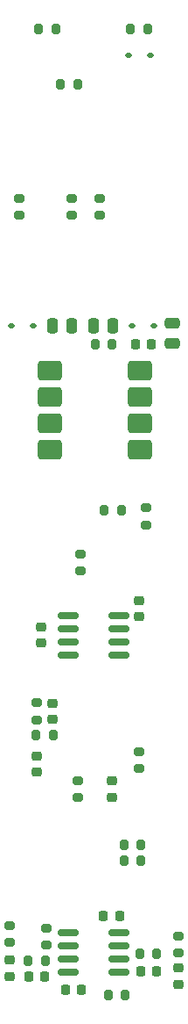
<source format=gtp>
G04 #@! TF.GenerationSoftware,KiCad,Pcbnew,9.0.7*
G04 #@! TF.CreationDate,2026-01-04T21:44:44+01:00*
G04 #@! TF.ProjectId,board_B,626f6172-645f-4422-9e6b-696361645f70,rev?*
G04 #@! TF.SameCoordinates,Original*
G04 #@! TF.FileFunction,Paste,Top*
G04 #@! TF.FilePolarity,Positive*
%FSLAX46Y46*%
G04 Gerber Fmt 4.6, Leading zero omitted, Abs format (unit mm)*
G04 Created by KiCad (PCBNEW 9.0.7) date 2026-01-04 21:44:44*
%MOMM*%
%LPD*%
G01*
G04 APERTURE LIST*
G04 Aperture macros list*
%AMRoundRect*
0 Rectangle with rounded corners*
0 $1 Rounding radius*
0 $2 $3 $4 $5 $6 $7 $8 $9 X,Y pos of 4 corners*
0 Add a 4 corners polygon primitive as box body*
4,1,4,$2,$3,$4,$5,$6,$7,$8,$9,$2,$3,0*
0 Add four circle primitives for the rounded corners*
1,1,$1+$1,$2,$3*
1,1,$1+$1,$4,$5*
1,1,$1+$1,$6,$7*
1,1,$1+$1,$8,$9*
0 Add four rect primitives between the rounded corners*
20,1,$1+$1,$2,$3,$4,$5,0*
20,1,$1+$1,$4,$5,$6,$7,0*
20,1,$1+$1,$6,$7,$8,$9,0*
20,1,$1+$1,$8,$9,$2,$3,0*%
G04 Aperture macros list end*
%ADD10RoundRect,0.200000X-0.275000X0.200000X-0.275000X-0.200000X0.275000X-0.200000X0.275000X0.200000X0*%
%ADD11RoundRect,0.112500X0.187500X0.112500X-0.187500X0.112500X-0.187500X-0.112500X0.187500X-0.112500X0*%
%ADD12RoundRect,0.200000X0.200000X0.275000X-0.200000X0.275000X-0.200000X-0.275000X0.200000X-0.275000X0*%
%ADD13RoundRect,0.200000X0.275000X-0.200000X0.275000X0.200000X-0.275000X0.200000X-0.275000X-0.200000X0*%
%ADD14RoundRect,0.150000X-0.825000X-0.150000X0.825000X-0.150000X0.825000X0.150000X-0.825000X0.150000X0*%
%ADD15RoundRect,0.225000X-0.225000X-0.250000X0.225000X-0.250000X0.225000X0.250000X-0.225000X0.250000X0*%
%ADD16RoundRect,0.225000X0.250000X-0.225000X0.250000X0.225000X-0.250000X0.225000X-0.250000X-0.225000X0*%
%ADD17RoundRect,0.250000X0.250000X0.475000X-0.250000X0.475000X-0.250000X-0.475000X0.250000X-0.475000X0*%
%ADD18RoundRect,0.200000X-0.200000X-0.275000X0.200000X-0.275000X0.200000X0.275000X-0.200000X0.275000X0*%
%ADD19RoundRect,0.250000X-0.250000X-0.475000X0.250000X-0.475000X0.250000X0.475000X-0.250000X0.475000X0*%
%ADD20RoundRect,0.225000X0.225000X0.250000X-0.225000X0.250000X-0.225000X-0.250000X0.225000X-0.250000X0*%
%ADD21RoundRect,0.225000X-0.250000X0.225000X-0.250000X-0.225000X0.250000X-0.225000X0.250000X0.225000X0*%
%ADD22RoundRect,0.250000X0.475000X-0.250000X0.475000X0.250000X-0.475000X0.250000X-0.475000X-0.250000X0*%
%ADD23RoundRect,0.112500X-0.187500X-0.112500X0.187500X-0.112500X0.187500X0.112500X-0.187500X0.112500X0*%
%ADD24RoundRect,0.250000X-0.900000X-0.675000X0.900000X-0.675000X0.900000X0.675000X-0.900000X0.675000X0*%
G04 APERTURE END LIST*
D10*
G04 #@! TO.C,R7*
X145428000Y-141593000D03*
X145428000Y-143243000D03*
G04 #@! TD*
D11*
G04 #@! TO.C,D1*
X155495000Y-57455000D03*
X153395000Y-57455000D03*
G04 #@! TD*
D12*
G04 #@! TO.C,R17*
X146126000Y-122987000D03*
X144476000Y-122987000D03*
G04 #@! TD*
G04 #@! TO.C,R5*
X148476000Y-60249000D03*
X146826000Y-60249000D03*
G04 #@! TD*
D13*
G04 #@! TO.C,R12*
X141872000Y-142989000D03*
X141872000Y-141339000D03*
G04 #@! TD*
G04 #@! TO.C,R14*
X158255000Y-143992000D03*
X158255000Y-142342000D03*
G04 #@! TD*
D14*
G04 #@! TO.C,U4*
X147525000Y-111430000D03*
X147525000Y-112700000D03*
X147525000Y-113970000D03*
X147525000Y-115240000D03*
X152475000Y-115240000D03*
X152475000Y-113970000D03*
X152475000Y-112700000D03*
X152475000Y-111430000D03*
G04 #@! TD*
D13*
G04 #@! TO.C,R16*
X144539000Y-121526000D03*
X144539000Y-119876000D03*
G04 #@! TD*
D15*
G04 #@! TO.C,C12*
X154559000Y-145720000D03*
X156109000Y-145720000D03*
G04 #@! TD*
D16*
G04 #@! TO.C,C14*
X146063000Y-121476000D03*
X146063000Y-119926000D03*
G04 #@! TD*
D17*
G04 #@! TO.C,C6*
X151905000Y-83490000D03*
X150005000Y-83490000D03*
G04 #@! TD*
D18*
G04 #@! TO.C,R4*
X152985000Y-133528000D03*
X154635000Y-133528000D03*
G04 #@! TD*
D19*
G04 #@! TO.C,C4*
X146002000Y-83490000D03*
X147902000Y-83490000D03*
G04 #@! TD*
D18*
G04 #@! TO.C,R6*
X144730000Y-54915000D03*
X146380000Y-54915000D03*
G04 #@! TD*
D12*
G04 #@! TO.C,R25*
X154635000Y-135052000D03*
X152985000Y-135052000D03*
G04 #@! TD*
D10*
G04 #@! TO.C,R18*
X154445000Y-124575000D03*
X154445000Y-126225000D03*
G04 #@! TD*
D18*
G04 #@! TO.C,R15*
X154509000Y-144069000D03*
X156159000Y-144069000D03*
G04 #@! TD*
D20*
G04 #@! TO.C,C10*
X145314000Y-146228000D03*
X143764000Y-146228000D03*
G04 #@! TD*
D14*
G04 #@! TO.C,U3*
X147525000Y-142037000D03*
X147525000Y-143307000D03*
X147525000Y-144577000D03*
X147525000Y-145847000D03*
X152475000Y-145847000D03*
X152475000Y-144577000D03*
X152475000Y-143307000D03*
X152475000Y-142037000D03*
G04 #@! TD*
D12*
G04 #@! TO.C,R10*
X153111000Y-148006000D03*
X151461000Y-148006000D03*
G04 #@! TD*
D21*
G04 #@! TO.C,C13*
X144539000Y-125006000D03*
X144539000Y-126556000D03*
G04 #@! TD*
D18*
G04 #@! TO.C,R1*
X153620000Y-54915000D03*
X155270000Y-54915000D03*
G04 #@! TD*
D22*
G04 #@! TO.C,C5*
X157620000Y-85202000D03*
X157620000Y-83302000D03*
G04 #@! TD*
D13*
G04 #@! TO.C,R3*
X148730000Y-107175000D03*
X148730000Y-105525000D03*
G04 #@! TD*
D21*
G04 #@! TO.C,C17*
X151778000Y-127419000D03*
X151778000Y-128969000D03*
G04 #@! TD*
D10*
G04 #@! TO.C,R8*
X147905000Y-71235000D03*
X147905000Y-72885000D03*
G04 #@! TD*
D16*
G04 #@! TO.C,C2*
X154445000Y-111570000D03*
X154445000Y-110020000D03*
G04 #@! TD*
D10*
G04 #@! TO.C,R23*
X148476000Y-127369000D03*
X148476000Y-129019000D03*
G04 #@! TD*
D18*
G04 #@! TO.C,R2*
X150191000Y-85268000D03*
X151841000Y-85268000D03*
G04 #@! TD*
D23*
G04 #@! TO.C,D3*
X153776000Y-83490000D03*
X155876000Y-83490000D03*
G04 #@! TD*
D21*
G04 #@! TO.C,C11*
X158255000Y-145440000D03*
X158255000Y-146990000D03*
G04 #@! TD*
D24*
G04 #@! TO.C,U1*
X145777000Y-87808000D03*
X145777000Y-90348000D03*
X145777000Y-92888000D03*
X145777000Y-95428000D03*
X154477000Y-95428000D03*
X154477000Y-92888000D03*
X154477000Y-90348000D03*
X154477000Y-87808000D03*
G04 #@! TD*
D20*
G04 #@! TO.C,C8*
X152540000Y-140386000D03*
X150990000Y-140386000D03*
G04 #@! TD*
D10*
G04 #@! TO.C,R9*
X150635000Y-71235000D03*
X150635000Y-72885000D03*
G04 #@! TD*
D21*
G04 #@! TO.C,C7*
X141872000Y-144691000D03*
X141872000Y-146241000D03*
G04 #@! TD*
D13*
G04 #@! TO.C,R11*
X155080000Y-102730000D03*
X155080000Y-101080000D03*
G04 #@! TD*
D12*
G04 #@! TO.C,R27*
X152730000Y-101270000D03*
X151080000Y-101270000D03*
G04 #@! TD*
D21*
G04 #@! TO.C,C3*
X144920000Y-112560000D03*
X144920000Y-114110000D03*
G04 #@! TD*
D13*
G04 #@! TO.C,R24*
X142825000Y-72885000D03*
X142825000Y-71235000D03*
G04 #@! TD*
D15*
G04 #@! TO.C,C1*
X154064000Y-85268000D03*
X155614000Y-85268000D03*
G04 #@! TD*
G04 #@! TO.C,C9*
X147320000Y-147498000D03*
X148870000Y-147498000D03*
G04 #@! TD*
D23*
G04 #@! TO.C,D2*
X142092000Y-83490000D03*
X144192000Y-83490000D03*
G04 #@! TD*
D12*
G04 #@! TO.C,R13*
X145364000Y-144704000D03*
X143714000Y-144704000D03*
G04 #@! TD*
M02*

</source>
